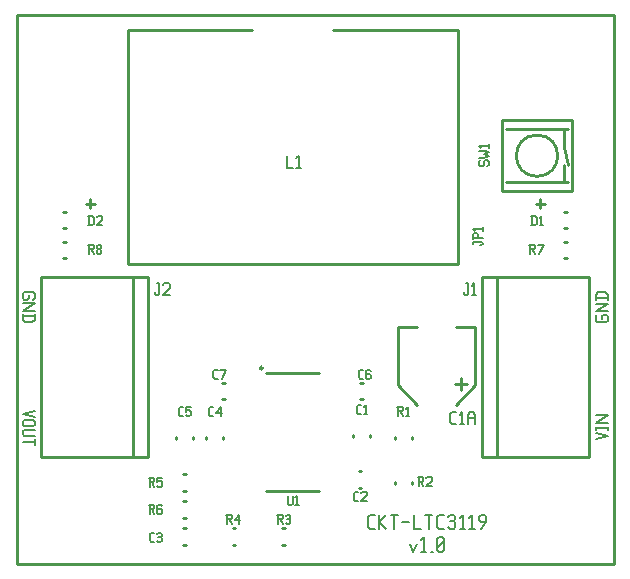
<source format=gbr>
G04 start of page 8 for group -4079 idx -4079 *
G04 Title: (unknown), topsilk *
G04 Creator: pcb 20140316 *
G04 CreationDate: Thu 02 Jul 2020 08:37:42 PM GMT UTC *
G04 For: railfan *
G04 Format: Gerber/RS-274X *
G04 PCB-Dimensions (mil): 2000.00 1840.00 *
G04 PCB-Coordinate-Origin: lower left *
%MOIN*%
%FSLAX25Y25*%
%LNTOPSILK*%
%ADD62C,0.0060*%
%ADD61C,0.0100*%
G54D61*X175000Y122000D02*Y119000D01*
X173500Y120500D02*X176500D01*
X199500Y183500D02*Y500D01*
X500D01*
Y183500D01*
X25043Y122000D02*Y119000D01*
X23543Y120500D02*X26543D01*
X500Y183500D02*X199500D01*
G54D62*X6500Y89000D02*X6000Y88500D01*
X6500Y90500D02*Y89000D01*
X6000Y91000D02*X6500Y90500D01*
X3000Y91000D02*X6000D01*
X3000D02*X2500Y90500D01*
Y89000D01*
X3000Y88500D01*
X4000D01*
X4500Y89000D02*X4000Y88500D01*
X4500Y90000D02*Y89000D01*
X2500Y87300D02*X6500D01*
X2500Y84800D01*
X6500D01*
X2500Y83100D02*X6500D01*
Y81800D02*X5800Y81100D01*
X3200D02*X5800D01*
X2500Y81800D02*X3200Y81100D01*
X2500Y83600D02*Y81800D01*
X6500Y83600D02*Y81800D01*
Y51500D02*X2500Y50500D01*
X6500Y49500D01*
X3000Y48300D02*X6000D01*
X6500Y47800D01*
Y46800D01*
X6000Y46300D01*
X3000D02*X6000D01*
X2500Y46800D02*X3000Y46300D01*
X2500Y47800D02*Y46800D01*
X3000Y48300D02*X2500Y47800D01*
X3000Y45100D02*X6500D01*
X3000D02*X2500Y44600D01*
Y43600D01*
X3000Y43100D01*
X6500D01*
Y41900D02*Y39900D01*
X2500Y40900D02*X6500D01*
X193500Y42000D02*X197500Y43000D01*
X193500Y44000D01*
Y46200D02*Y45200D01*
Y45700D02*X197500D01*
Y46200D02*Y45200D01*
X193500Y47400D02*X197500D01*
X193500D02*X197500Y49900D01*
X193500D02*X197500D01*
X193500Y83000D02*X194000Y83500D01*
X193500Y83000D02*Y81500D01*
X194000Y81000D02*X193500Y81500D01*
X194000Y81000D02*X197000D01*
X197500Y81500D01*
Y83000D02*Y81500D01*
Y83000D02*X197000Y83500D01*
X196000D02*X197000D01*
X195500Y83000D02*X196000Y83500D01*
X195500Y83000D02*Y82000D01*
X193500Y84700D02*X197500D01*
X193500D02*X197500Y87200D01*
X193500D02*X197500D01*
X193500Y88900D02*X197500D01*
X193500Y90200D02*X194200Y90900D01*
X196800D01*
X197500Y90200D02*X196800Y90900D01*
X197500Y90200D02*Y88400D01*
X193500Y90200D02*Y88400D01*
X118340Y12000D02*X119900D01*
X117500Y12840D02*X118340Y12000D01*
X117500Y15960D02*Y12840D01*
Y15960D02*X118340Y16800D01*
X119900D01*
X121340D02*Y12000D01*
Y14400D02*X123740Y16800D01*
X121340Y14400D02*X123740Y12000D01*
X125180Y16800D02*X127580D01*
X126380D02*Y12000D01*
X129020Y14400D02*X131420D01*
X132860Y16800D02*Y12000D01*
X135260D01*
X136700Y16800D02*X139100D01*
X137900D02*Y12000D01*
X141380D02*X142940D01*
X140540Y12840D02*X141380Y12000D01*
X140540Y15960D02*Y12840D01*
Y15960D02*X141380Y16800D01*
X142940D01*
X144380Y16200D02*X144980Y16800D01*
X146180D01*
X146780Y16200D01*
X146180Y12000D02*X146780Y12600D01*
X144980Y12000D02*X146180D01*
X144380Y12600D02*X144980Y12000D01*
Y14640D02*X146180D01*
X146780Y16200D02*Y15240D01*
Y14040D02*Y12600D01*
Y14040D02*X146180Y14640D01*
X146780Y15240D02*X146180Y14640D01*
X148220Y15840D02*X149180Y16800D01*
Y12000D01*
X148220D02*X150020D01*
X151460Y15840D02*X152420Y16800D01*
Y12000D01*
X151460D02*X153260D01*
X155300D02*X157100Y14400D01*
Y16200D02*Y14400D01*
X156500Y16800D02*X157100Y16200D01*
X155300Y16800D02*X156500D01*
X154700Y16200D02*X155300Y16800D01*
X154700Y16200D02*Y15000D01*
X155300Y14400D01*
X157100D01*
X131500Y6900D02*X132700Y4500D01*
X133900Y6900D02*X132700Y4500D01*
X135340Y8340D02*X136300Y9300D01*
Y4500D01*
X135340D02*X137140D01*
X138580D02*X139180D01*
X140620Y5100D02*X141220Y4500D01*
X140620Y8700D02*Y5100D01*
Y8700D02*X141220Y9300D01*
X142420D01*
X143020Y8700D01*
Y5100D01*
X142420Y4500D02*X143020Y5100D01*
X141220Y4500D02*X142420D01*
X140620Y5700D02*X143020Y8100D01*
G54D61*X16107Y102245D02*X16893D01*
X16107Y107755D02*X16893D01*
X16107Y117755D02*X16893D01*
X16107Y112245D02*X16893D01*
X183107Y107755D02*X183893D01*
X183107Y102245D02*X183893D01*
X183107Y112245D02*X183893D01*
X183107Y117755D02*X183893D01*
X162200Y148300D02*X185800D01*
X162200Y124700D02*X185800D01*
Y148300D02*Y124700D01*
X162200Y148300D02*Y124700D01*
X163675Y145350D02*X184325D01*
X163675Y127650D02*X184325D01*
X182850Y133550D02*Y127650D01*
Y145350D02*Y139450D01*
X184325Y133550D02*X182850Y139450D01*
X174000Y143400D02*G75*G03X174000Y143400I0J-6900D01*G01*
G75*G03X174000Y129600I0J-6900D01*G01*
X56107Y24745D02*X56893D01*
X56107Y30255D02*X56893D01*
X56107Y21255D02*X56893D01*
X56107Y15745D02*X56893D01*
X56107Y6745D02*X56893D01*
X56107Y12255D02*X56893D01*
X114607Y31255D02*X115393D01*
X114607Y25745D02*X115393D01*
X8800Y96000D02*Y36000D01*
X44200Y96000D02*Y36000D01*
X39300Y96000D02*Y36000D01*
X8800Y96000D02*X44200D01*
X8800Y36000D02*X44200D01*
X89107Y12255D02*X89893D01*
X89107Y6745D02*X89893D01*
X83642Y64185D02*X101358D01*
Y24815D02*X83642D01*
X81642Y65685D02*G75*G03X81642Y65685I500J0D01*G01*
X69107Y60755D02*X69893D01*
X69107Y55245D02*X69893D01*
X72607Y12255D02*X73393D01*
X72607Y6745D02*X73393D01*
X69255Y42893D02*Y42107D01*
X63745Y42893D02*Y42107D01*
X191200Y96000D02*Y36000D01*
X155800Y96000D02*Y36000D01*
X160700Y96000D02*Y36000D01*
X155800D02*X191200D01*
X155800Y96000D02*X191200D01*
X115107Y55245D02*X115893D01*
X115107Y60755D02*X115893D01*
X146996Y79492D02*X153492D01*
X127508D02*X134004D01*
X127508D02*Y60004D01*
X153492Y79492D02*Y60004D01*
X127508D02*X134004Y53508D01*
X153492Y60004D02*X146996Y53508D01*
X146500Y60500D02*X150500D01*
X148500Y62500D02*Y58500D01*
X118255Y43393D02*Y42607D01*
X112745Y43393D02*Y42607D01*
X126745Y42893D02*Y42107D01*
X132255Y42893D02*Y42107D01*
X126745Y27893D02*Y27107D01*
X132255Y27893D02*Y27107D01*
X37500Y178500D02*X79000D01*
X37500D02*Y100500D01*
X147500D01*
Y178500D01*
X106000D01*
X59255Y42893D02*Y42107D01*
X53745Y42893D02*Y42107D01*
G54D62*X152770Y107755D02*Y107139D01*
Y107755D02*X155465D01*
X155850Y107370D02*X155465Y107755D01*
X155850Y107370D02*Y106985D01*
X155465Y106600D02*X155850Y106985D01*
X155080Y106600D02*X155465D01*
X152770Y109064D02*X155850D01*
X152770Y110219D02*Y108679D01*
Y110219D02*X153155Y110604D01*
X153925D01*
X154310Y110219D02*X153925Y110604D01*
X154310Y110219D02*Y109064D01*
X153386Y111528D02*X152770Y112144D01*
X155850D01*
Y112683D02*Y111528D01*
X150200Y94000D02*X151000D01*
Y90500D01*
X150500Y90000D02*X151000Y90500D01*
X150000Y90000D02*X150500D01*
X149500Y90500D02*X150000Y90000D01*
X149500Y91000D02*Y90500D01*
X152200Y93200D02*X153000Y94000D01*
Y90000D01*
X152200D02*X153700D01*
X154770Y134540D02*X155155Y134925D01*
X154770Y134540D02*Y133385D01*
X155155Y133000D02*X154770Y133385D01*
X155155Y133000D02*X155925D01*
X156310Y133385D01*
Y134540D02*Y133385D01*
Y134540D02*X156695Y134925D01*
X157465D01*
X157850Y134540D02*X157465Y134925D01*
X157850Y134540D02*Y133385D01*
X157465Y133000D02*X157850Y133385D01*
X154770Y135849D02*X156310D01*
X157850Y136234D01*
X156310Y137004D01*
X157850Y137774D01*
X156310Y138159D01*
X154770D02*X156310D01*
X155386Y139083D02*X154770Y139699D01*
X157850D01*
Y140238D02*Y139083D01*
X171393Y106880D02*X172933D01*
X173318Y106495D01*
Y105725D01*
X172933Y105340D02*X173318Y105725D01*
X171778Y105340D02*X172933D01*
X171778Y106880D02*Y103800D01*
X172394Y105340D02*X173318Y103800D01*
X174627D02*X176167Y106880D01*
X174242D02*X176167D01*
X172407Y116380D02*Y113300D01*
X173408Y116380D02*X173947Y115841D01*
Y113839D01*
X173408Y113300D02*X173947Y113839D01*
X172022Y113300D02*X173408D01*
X172022Y116380D02*X173408D01*
X174871Y115764D02*X175487Y116380D01*
Y113300D01*
X174871D02*X176026D01*
X90500Y136500D02*Y132500D01*
X92500D01*
X93700Y135700D02*X94500Y136500D01*
Y132500D01*
X93700D02*X95200D01*
X24350Y106880D02*X25890D01*
X26275Y106495D01*
Y105725D01*
X25890Y105340D02*X26275Y105725D01*
X24735Y105340D02*X25890D01*
X24735Y106880D02*Y103800D01*
X25351Y105340D02*X26275Y103800D01*
X27199Y104185D02*X27584Y103800D01*
X27199Y104801D02*Y104185D01*
Y104801D02*X27738Y105340D01*
X28200D01*
X28739Y104801D01*
Y104185D01*
X28354Y103800D02*X28739Y104185D01*
X27584Y103800D02*X28354D01*
X27199Y105879D02*X27738Y105340D01*
X27199Y106495D02*Y105879D01*
Y106495D02*X27584Y106880D01*
X28354D01*
X28739Y106495D01*
Y105879D01*
X28200Y105340D02*X28739Y105879D01*
X24735Y116380D02*Y113300D01*
X25736Y116380D02*X26275Y115841D01*
Y113839D01*
X25736Y113300D02*X26275Y113839D01*
X24350Y113300D02*X25736D01*
X24350Y116380D02*X25736D01*
X27199Y115995D02*X27584Y116380D01*
X28739D01*
X29124Y115995D01*
Y115225D01*
X27199Y113300D02*X29124Y115225D01*
X27199Y113300D02*X29124D01*
X44500Y29230D02*X46040D01*
X46425Y28845D01*
Y28075D01*
X46040Y27690D02*X46425Y28075D01*
X44885Y27690D02*X46040D01*
X44885Y29230D02*Y26150D01*
X45501Y27690D02*X46425Y26150D01*
X47349Y29230D02*X48889D01*
X47349D02*Y27690D01*
X47734Y28075D01*
X48504D01*
X48889Y27690D01*
Y26535D01*
X48504Y26150D02*X48889Y26535D01*
X47734Y26150D02*X48504D01*
X47349Y26535D02*X47734Y26150D01*
X44500Y20230D02*X46040D01*
X46425Y19845D01*
Y19075D01*
X46040Y18690D02*X46425Y19075D01*
X44885Y18690D02*X46040D01*
X44885Y20230D02*Y17150D01*
X45501Y18690D02*X46425Y17150D01*
X48504Y20230D02*X48889Y19845D01*
X47734Y20230D02*X48504D01*
X47349Y19845D02*X47734Y20230D01*
X47349Y19845D02*Y17535D01*
X47734Y17150D01*
X48504Y18844D02*X48889Y18459D01*
X47349Y18844D02*X48504D01*
X47734Y17150D02*X48504D01*
X48889Y17535D01*
Y18459D02*Y17535D01*
X45389Y7800D02*X46390D01*
X44850Y8339D02*X45389Y7800D01*
X44850Y10341D02*Y8339D01*
Y10341D02*X45389Y10880D01*
X46390D01*
X47314Y10495D02*X47699Y10880D01*
X48469D01*
X48854Y10495D01*
X48469Y7800D02*X48854Y8185D01*
X47699Y7800D02*X48469D01*
X47314Y8185D02*X47699Y7800D01*
Y9494D02*X48469D01*
X48854Y10495D02*Y9879D01*
Y9109D02*Y8185D01*
Y9109D02*X48469Y9494D01*
X48854Y9879D02*X48469Y9494D01*
X115039Y62150D02*X116040D01*
X114500Y62689D02*X115039Y62150D01*
X114500Y64691D02*Y62689D01*
Y64691D02*X115039Y65230D01*
X116040D01*
X118119D02*X118504Y64845D01*
X117349Y65230D02*X118119D01*
X116964Y64845D02*X117349Y65230D01*
X116964Y64845D02*Y62535D01*
X117349Y62150D01*
X118119Y63844D02*X118504Y63459D01*
X116964Y63844D02*X118119D01*
X117349Y62150D02*X118119D01*
X118504Y62535D01*
Y63459D02*Y62535D01*
X113389Y21343D02*X114390D01*
X112850Y21882D02*X113389Y21343D01*
X112850Y23884D02*Y21882D01*
Y23884D02*X113389Y24423D01*
X114390D01*
X115314Y24038D02*X115699Y24423D01*
X116854D01*
X117239Y24038D01*
Y23268D01*
X115314Y21343D02*X117239Y23268D01*
X115314Y21343D02*X117239D01*
X114389Y50343D02*X115390D01*
X113850Y50882D02*X114389Y50343D01*
X113850Y52884D02*Y50882D01*
Y52884D02*X114389Y53423D01*
X115390D01*
X116314Y52807D02*X116930Y53423D01*
Y50343D01*
X116314D02*X117469D01*
X145700Y47000D02*X147000D01*
X145000Y47700D02*X145700Y47000D01*
X145000Y50300D02*Y47700D01*
Y50300D02*X145700Y51000D01*
X147000D01*
X148200Y50200D02*X149000Y51000D01*
Y47000D01*
X148200D02*X149700D01*
X150900Y50000D02*Y47000D01*
Y50000D02*X151600Y51000D01*
X152700D01*
X153400Y50000D01*
Y47000D01*
X150900Y49000D02*X153400D01*
X127393Y52837D02*X128933D01*
X129318Y52452D01*
Y51682D01*
X128933Y51297D02*X129318Y51682D01*
X127778Y51297D02*X128933D01*
X127778Y52837D02*Y49757D01*
X128394Y51297D02*X129318Y49757D01*
X130242Y52221D02*X130858Y52837D01*
Y49757D01*
X130242D02*X131397D01*
X47200Y94000D02*X48000D01*
Y90500D01*
X47500Y90000D02*X48000Y90500D01*
X47000Y90000D02*X47500D01*
X46500Y90500D02*X47000Y90000D01*
X46500Y91000D02*Y90500D01*
X49200Y93500D02*X49700Y94000D01*
X51200D01*
X51700Y93500D01*
Y92500D01*
X49200Y90000D02*X51700Y92500D01*
X49200Y90000D02*X51700D01*
X134221Y29337D02*X135761D01*
X136146Y28952D01*
Y28182D01*
X135761Y27797D02*X136146Y28182D01*
X134606Y27797D02*X135761D01*
X134606Y29337D02*Y26257D01*
X135222Y27797D02*X136146Y26257D01*
X137070Y28952D02*X137455Y29337D01*
X138610D01*
X138995Y28952D01*
Y28182D01*
X137070Y26257D02*X138995Y28182D01*
X137070Y26257D02*X138995D01*
X87350Y16880D02*X88890D01*
X89275Y16495D01*
Y15725D01*
X88890Y15340D02*X89275Y15725D01*
X87735Y15340D02*X88890D01*
X87735Y16880D02*Y13800D01*
X88351Y15340D02*X89275Y13800D01*
X90199Y16495D02*X90584Y16880D01*
X91354D01*
X91739Y16495D01*
X91354Y13800D02*X91739Y14185D01*
X90584Y13800D02*X91354D01*
X90199Y14185D02*X90584Y13800D01*
Y15494D02*X91354D01*
X91739Y16495D02*Y15879D01*
Y15109D02*Y14185D01*
Y15109D02*X91354Y15494D01*
X91739Y15879D02*X91354Y15494D01*
X91000Y23230D02*Y20535D01*
X91385Y20150D01*
X92155D01*
X92540Y20535D01*
Y23230D02*Y20535D01*
X93464Y22614D02*X94080Y23230D01*
Y20150D01*
X93464D02*X94619D01*
X66539Y62150D02*X67540D01*
X66000Y62689D02*X66539Y62150D01*
X66000Y64691D02*Y62689D01*
Y64691D02*X66539Y65230D01*
X67540D01*
X68849Y62150D02*X70389Y65230D01*
X68464D02*X70389D01*
X70350Y16880D02*X71890D01*
X72275Y16495D01*
Y15725D01*
X71890Y15340D02*X72275Y15725D01*
X70735Y15340D02*X71890D01*
X70735Y16880D02*Y13800D01*
X71351Y15340D02*X72275Y13800D01*
X73199Y14955D02*X74739Y16880D01*
X73199Y14955D02*X75124D01*
X74739Y16880D02*Y13800D01*
X55039Y49650D02*X56040D01*
X54500Y50189D02*X55039Y49650D01*
X54500Y52191D02*Y50189D01*
Y52191D02*X55039Y52730D01*
X56040D01*
X56964D02*X58504D01*
X56964D02*Y51190D01*
X57349Y51575D01*
X58119D01*
X58504Y51190D01*
Y50035D01*
X58119Y49650D02*X58504Y50035D01*
X57349Y49650D02*X58119D01*
X56964Y50035D02*X57349Y49650D01*
X65039D02*X66040D01*
X64500Y50189D02*X65039Y49650D01*
X64500Y52191D02*Y50189D01*
Y52191D02*X65039Y52730D01*
X66040D01*
X66964Y50805D02*X68504Y52730D01*
X66964Y50805D02*X68889D01*
X68504Y52730D02*Y49650D01*
M02*

</source>
